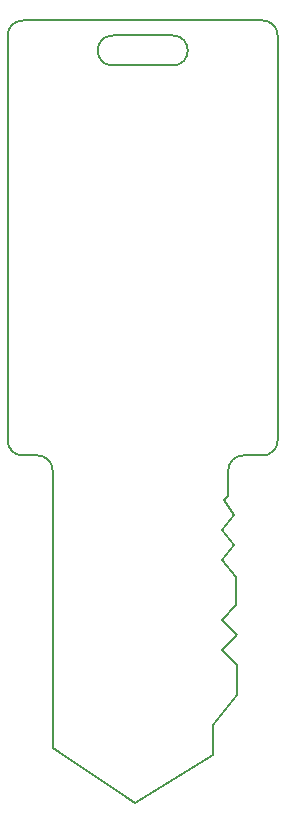
<source format=gbr>
%TF.GenerationSoftware,KiCad,Pcbnew,5.0-dev-unknown-d043ef5~62~ubuntu16.04.1*%
%TF.CreationDate,2018-02-24T21:05:52-07:00*%
%TF.ProjectId,ESP12-Break-02,45535031322D427265616B2D30322E6B,rev?*%
%TF.SameCoordinates,Original*%
%TF.FileFunction,Profile,NP*%
%FSLAX46Y46*%
G04 Gerber Fmt 4.6, Leading zero omitted, Abs format (unit mm)*
G04 Created by KiCad (PCBNEW 5.0-dev-unknown-d043ef5~62~ubuntu16.04.1) date Sat Feb 24 21:05:52 2018*
%MOMM*%
%LPD*%
G01*
G04 APERTURE LIST*
%ADD10C,0.150000*%
G04 APERTURE END LIST*
D10*
X148844000Y-91567000D02*
X147701000Y-90170000D01*
X146939000Y-104140000D02*
X146939000Y-106680000D01*
X146939000Y-106680000D02*
X140335000Y-110744000D01*
X147955000Y-102870000D02*
X146939000Y-104140000D01*
X148844000Y-93980000D02*
X148844000Y-91567000D01*
X148971000Y-99060000D02*
X148971000Y-101600000D01*
X143510000Y-48260000D02*
X138430000Y-48260000D01*
X138430000Y-45720000D02*
X143510000Y-45720000D01*
X143510000Y-45720000D02*
G75*
G02X143510000Y-48260000I0J-1270000D01*
G01*
X138430000Y-48260000D02*
G75*
G02X138430000Y-45720000I0J1270000D01*
G01*
X129540000Y-46990000D02*
X129540000Y-45720000D01*
X152400000Y-45720000D02*
X152400000Y-46990000D01*
X129540000Y-57150000D02*
X129540000Y-46990000D01*
X152400000Y-46990000D02*
X152400000Y-57150000D01*
X133350000Y-103505000D02*
X133350000Y-106045000D01*
X147828000Y-85090000D02*
X148209000Y-84709000D01*
X148717000Y-86360000D02*
X147828000Y-85090000D01*
X147701000Y-87630000D02*
X148717000Y-86360000D01*
X148717000Y-88900000D02*
X147701000Y-87630000D01*
X147701000Y-90170000D02*
X148717000Y-88900000D01*
X147701000Y-95250000D02*
X148844000Y-93980000D01*
X148971000Y-96520000D02*
X147701000Y-95250000D01*
X147701000Y-97790000D02*
X148971000Y-96520000D01*
X148971000Y-99060000D02*
X147701000Y-97790000D01*
X148971000Y-101600000D02*
X147955000Y-102870000D01*
X149479000Y-81280000D02*
X151130000Y-81280000D01*
X133350000Y-106045000D02*
X140335000Y-110744000D01*
X133350000Y-82550000D02*
X133350000Y-103505000D01*
X130810000Y-81280000D02*
X132080000Y-81280000D01*
X129540000Y-57150000D02*
X129540000Y-80010000D01*
X151130000Y-44450000D02*
X130810000Y-44450000D01*
X152400000Y-80010000D02*
X152400000Y-57150000D01*
X148209000Y-84709000D02*
X148209000Y-82550000D01*
X148209000Y-82550000D02*
G75*
G02X149479000Y-81280000I1270000J0D01*
G01*
X132080000Y-81280000D02*
G75*
G02X133350000Y-82550000I0J-1270000D01*
G01*
X130810000Y-81280000D02*
G75*
G02X129540000Y-80010000I0J1270000D01*
G01*
X129540000Y-45720000D02*
G75*
G02X130810000Y-44450000I1270000J0D01*
G01*
X151130000Y-44450000D02*
G75*
G02X152400000Y-45720000I0J-1270000D01*
G01*
X152400000Y-80010000D02*
G75*
G02X151130000Y-81280000I-1270000J0D01*
G01*
M02*

</source>
